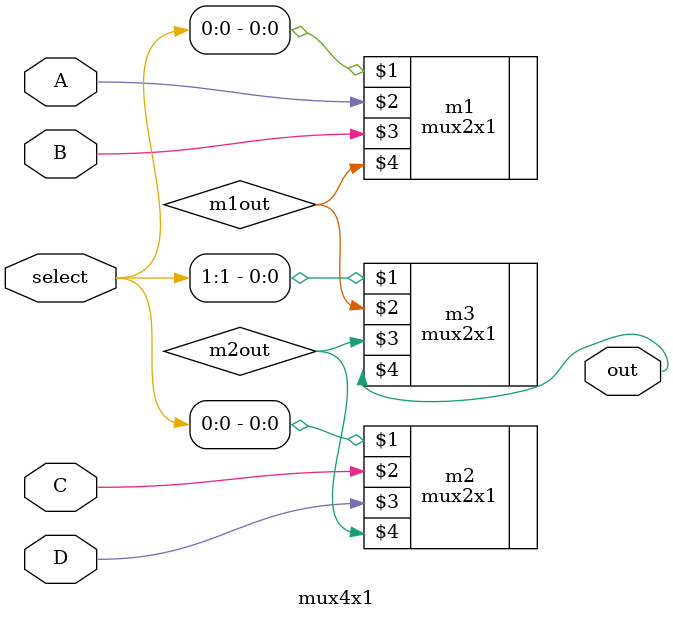
<source format=v>
module mux4x1(
	input wire [1:0] select,
	input wire A, B, C, D,
	output wire out
	);
	wire m1out, m2out;
	mux2x1 m1(select[0], A, B, m1out);
	mux2x1 m2(select[0], C, D, m2out);
	mux2x1 m3(select[1], m1out, m2out, out);
endmodule


</source>
